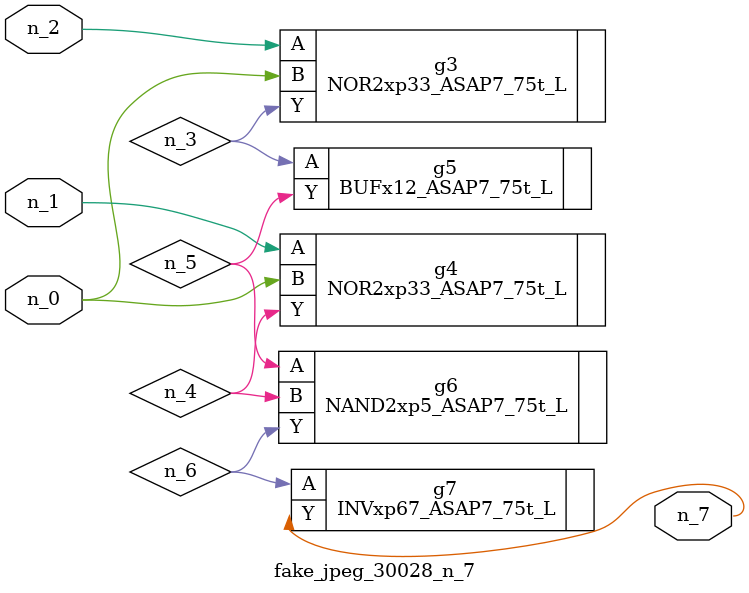
<source format=v>
module fake_jpeg_30028_n_7 (n_0, n_2, n_1, n_7);

input n_0;
input n_2;
input n_1;

output n_7;

wire n_3;
wire n_4;
wire n_6;
wire n_5;

NOR2xp33_ASAP7_75t_L g3 ( 
.A(n_2),
.B(n_0),
.Y(n_3)
);

NOR2xp33_ASAP7_75t_L g4 ( 
.A(n_1),
.B(n_0),
.Y(n_4)
);

BUFx12_ASAP7_75t_L g5 ( 
.A(n_3),
.Y(n_5)
);

NAND2xp5_ASAP7_75t_L g6 ( 
.A(n_5),
.B(n_4),
.Y(n_6)
);

INVxp67_ASAP7_75t_L g7 ( 
.A(n_6),
.Y(n_7)
);


endmodule
</source>
